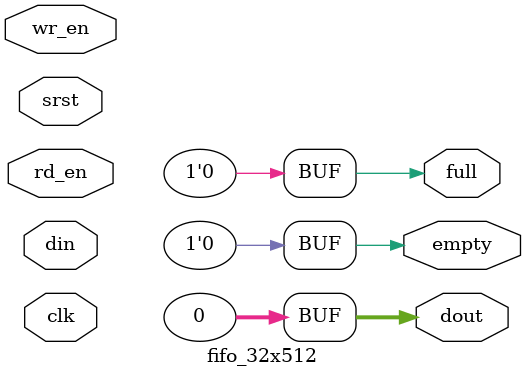
<source format=v>
module fifo_32x512(	// file.cleaned.mlir:2:3
  input         clk,	// file.cleaned.mlir:2:29
                srst,	// file.cleaned.mlir:2:43
  input  [31:0] din,	// file.cleaned.mlir:2:58
  input         wr_en,	// file.cleaned.mlir:2:73
                rd_en,	// file.cleaned.mlir:2:89
  output [31:0] dout,	// file.cleaned.mlir:2:106
  output        full,	// file.cleaned.mlir:2:122
                empty	// file.cleaned.mlir:2:137
);

  assign dout = 32'h0;	// file.cleaned.mlir:3:15, :5:5
  assign full = 1'h0;	// file.cleaned.mlir:4:14, :5:5
  assign empty = 1'h0;	// file.cleaned.mlir:4:14, :5:5
endmodule


</source>
